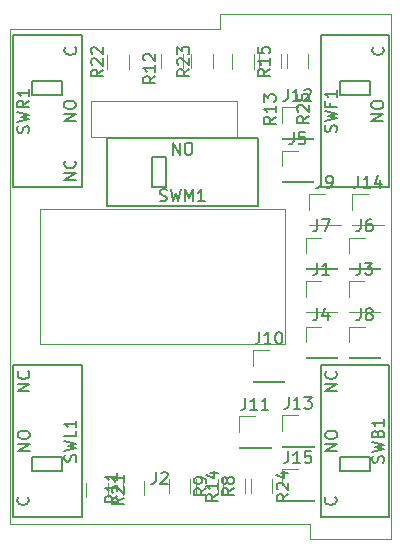
<source format=gbr>
G04 #@! TF.GenerationSoftware,KiCad,Pcbnew,6.0.0-unknown-bc26ccf~86~ubuntu18.04.1*
G04 #@! TF.CreationDate,2019-06-18T13:40:17+01:00*
G04 #@! TF.ProjectId,mouse8,6d6f7573-6538-42e6-9b69-6361645f7063,rev?*
G04 #@! TF.SameCoordinates,Original*
G04 #@! TF.FileFunction,Legend,Top*
G04 #@! TF.FilePolarity,Positive*
%FSLAX46Y46*%
G04 Gerber Fmt 4.6, Leading zero omitted, Abs format (unit mm)*
G04 Created by KiCad (PCBNEW 6.0.0-unknown-bc26ccf~86~ubuntu18.04.1) date 2019-06-18 13:40:17*
%MOMM*%
%LPD*%
G04 APERTURE LIST*
%ADD10C,0.050000*%
%ADD11C,0.120000*%
%ADD12C,0.150000*%
G04 APERTURE END LIST*
D10*
X171653200Y-70916800D02*
X159308800Y-70916800D01*
X184632600Y-63500000D02*
X170180000Y-63500000D01*
X184632600Y-107950000D02*
X177800000Y-107950000D01*
X184632600Y-63500000D02*
X184632600Y-107950000D01*
X154940000Y-91440000D02*
X175717200Y-91440000D01*
X154940000Y-80010000D02*
X175717200Y-80010000D01*
X159308800Y-70916800D02*
X159308800Y-73914000D01*
X171653200Y-73914000D02*
X171653200Y-70916800D01*
X159308800Y-73914000D02*
X171653200Y-73914000D01*
X177800000Y-106680000D02*
X177800000Y-107950000D01*
X152400000Y-106680000D02*
X177800000Y-106680000D01*
X170180000Y-64770000D02*
X152400000Y-64770000D01*
X170180000Y-63500000D02*
X170180000Y-64770000D01*
X154940000Y-91440000D02*
X154940000Y-90805000D01*
X175717200Y-91440000D02*
X175717200Y-90805000D01*
X175717200Y-80010000D02*
X175717200Y-90805000D01*
X154940000Y-90805000D02*
X154940000Y-80010000D01*
X152400000Y-106680000D02*
X152400000Y-64770000D01*
D11*
X181118200Y-92668400D02*
X183778200Y-92668400D01*
X181118200Y-92608400D02*
X181118200Y-92668400D01*
X183778200Y-92608400D02*
X183778200Y-92668400D01*
X181118200Y-92608400D02*
X183778200Y-92608400D01*
X181118200Y-91338400D02*
X181118200Y-90008400D01*
X181118200Y-90008400D02*
X182448200Y-90008400D01*
D12*
X164455000Y-75665000D02*
X165655000Y-75665000D01*
X165655000Y-75665000D02*
X165655000Y-78205000D01*
X165655000Y-78205000D02*
X164455000Y-78205000D01*
X164455000Y-78205000D02*
X164455000Y-75665000D01*
X160605000Y-74035000D02*
X160605000Y-79835000D01*
X160605000Y-79835000D02*
X173405000Y-79835000D01*
X173405000Y-79835000D02*
X173405000Y-74035000D01*
X173405000Y-74035000D02*
X160605000Y-74035000D01*
X156845000Y-69205000D02*
X156845000Y-70405000D01*
X156845000Y-70405000D02*
X154305000Y-70405000D01*
X154305000Y-70405000D02*
X154305000Y-69205000D01*
X154305000Y-69205000D02*
X156845000Y-69205000D01*
X158475000Y-65355000D02*
X152675000Y-65355000D01*
X152675000Y-65355000D02*
X152675000Y-78155000D01*
X152675000Y-78155000D02*
X158475000Y-78155000D01*
X158475000Y-78155000D02*
X158475000Y-65355000D01*
X182880000Y-69205000D02*
X182880000Y-70405000D01*
X182880000Y-70405000D02*
X180340000Y-70405000D01*
X180340000Y-70405000D02*
X180340000Y-69205000D01*
X180340000Y-69205000D02*
X182880000Y-69205000D01*
X184510000Y-65355000D02*
X178710000Y-65355000D01*
X178710000Y-65355000D02*
X178710000Y-78155000D01*
X178710000Y-78155000D02*
X184510000Y-78155000D01*
X184510000Y-78155000D02*
X184510000Y-65355000D01*
D11*
X175428600Y-77758600D02*
X178088600Y-77758600D01*
X175428600Y-77698600D02*
X175428600Y-77758600D01*
X178088600Y-77698600D02*
X178088600Y-77758600D01*
X175428600Y-77698600D02*
X178088600Y-77698600D01*
X175428600Y-76428600D02*
X175428600Y-75098600D01*
X175428600Y-75098600D02*
X176758600Y-75098600D01*
X177435200Y-85124600D02*
X180095200Y-85124600D01*
X177435200Y-85064600D02*
X177435200Y-85124600D01*
X180095200Y-85064600D02*
X180095200Y-85124600D01*
X177435200Y-85064600D02*
X180095200Y-85064600D01*
X177435200Y-83794600D02*
X177435200Y-82464600D01*
X177435200Y-82464600D02*
X178765200Y-82464600D01*
X181118200Y-85124600D02*
X183778200Y-85124600D01*
X181118200Y-85064600D02*
X181118200Y-85124600D01*
X183778200Y-85064600D02*
X183778200Y-85124600D01*
X181118200Y-85064600D02*
X183778200Y-85064600D01*
X181118200Y-83794600D02*
X181118200Y-82464600D01*
X181118200Y-82464600D02*
X182448200Y-82464600D01*
X177740000Y-81441600D02*
X180400000Y-81441600D01*
X177740000Y-81381600D02*
X177740000Y-81441600D01*
X180400000Y-81381600D02*
X180400000Y-81441600D01*
X177740000Y-81381600D02*
X180400000Y-81381600D01*
X177740000Y-80111600D02*
X177740000Y-78781600D01*
X177740000Y-78781600D02*
X179070000Y-78781600D01*
X177435200Y-92668400D02*
X180095200Y-92668400D01*
X177435200Y-92608400D02*
X177435200Y-92668400D01*
X180095200Y-92608400D02*
X180095200Y-92668400D01*
X177435200Y-92608400D02*
X180095200Y-92608400D01*
X177435200Y-91338400D02*
X177435200Y-90008400D01*
X177435200Y-90008400D02*
X178765200Y-90008400D01*
X181092800Y-88807600D02*
X183752800Y-88807600D01*
X181092800Y-88747600D02*
X181092800Y-88807600D01*
X183752800Y-88747600D02*
X183752800Y-88807600D01*
X181092800Y-88747600D02*
X183752800Y-88747600D01*
X181092800Y-87477600D02*
X181092800Y-86147600D01*
X181092800Y-86147600D02*
X182422800Y-86147600D01*
X177435200Y-88807600D02*
X180095200Y-88807600D01*
X177435200Y-88747600D02*
X177435200Y-88807600D01*
X180095200Y-88747600D02*
X180095200Y-88807600D01*
X177435200Y-88747600D02*
X180095200Y-88747600D01*
X177435200Y-87477600D02*
X177435200Y-86147600D01*
X177435200Y-86147600D02*
X178765200Y-86147600D01*
X172990200Y-94675000D02*
X175650200Y-94675000D01*
X172990200Y-94615000D02*
X172990200Y-94675000D01*
X175650200Y-94615000D02*
X175650200Y-94675000D01*
X172990200Y-94615000D02*
X175650200Y-94615000D01*
X172990200Y-93345000D02*
X172990200Y-92015000D01*
X172990200Y-92015000D02*
X174320200Y-92015000D01*
X171821800Y-100263000D02*
X174481800Y-100263000D01*
X171821800Y-100203000D02*
X171821800Y-100263000D01*
X174481800Y-100203000D02*
X174481800Y-100263000D01*
X171821800Y-100203000D02*
X174481800Y-100203000D01*
X171821800Y-98933000D02*
X171821800Y-97603000D01*
X171821800Y-97603000D02*
X173151800Y-97603000D01*
X175428600Y-74101000D02*
X178088600Y-74101000D01*
X175428600Y-74041000D02*
X175428600Y-74101000D01*
X178088600Y-74041000D02*
X178088600Y-74101000D01*
X175428600Y-74041000D02*
X178088600Y-74041000D01*
X175428600Y-72771000D02*
X175428600Y-71441000D01*
X175428600Y-71441000D02*
X176758600Y-71441000D01*
X175479400Y-100161400D02*
X178139400Y-100161400D01*
X175479400Y-100101400D02*
X175479400Y-100161400D01*
X178139400Y-100101400D02*
X178139400Y-100161400D01*
X175479400Y-100101400D02*
X178139400Y-100101400D01*
X175479400Y-98831400D02*
X175479400Y-97501400D01*
X175479400Y-97501400D02*
X176809400Y-97501400D01*
X181397600Y-81441600D02*
X184057600Y-81441600D01*
X181397600Y-81381600D02*
X181397600Y-81441600D01*
X184057600Y-81381600D02*
X184057600Y-81441600D01*
X181397600Y-81381600D02*
X184057600Y-81381600D01*
X181397600Y-80111600D02*
X181397600Y-78781600D01*
X181397600Y-78781600D02*
X182727600Y-78781600D01*
X175454000Y-104758800D02*
X178114000Y-104758800D01*
X175454000Y-104698800D02*
X175454000Y-104758800D01*
X178114000Y-104698800D02*
X178114000Y-104758800D01*
X175454000Y-104698800D02*
X178114000Y-104698800D01*
X175454000Y-103428800D02*
X175454000Y-102098800D01*
X175454000Y-102098800D02*
X176784000Y-102098800D01*
X160676000Y-103233136D02*
X160676000Y-104437264D01*
X158856000Y-103233136D02*
X158856000Y-104437264D01*
X173045800Y-66961936D02*
X173045800Y-68166064D01*
X171225800Y-66961936D02*
X171225800Y-68166064D01*
X170489200Y-104132464D02*
X170489200Y-102928336D01*
X172309200Y-104132464D02*
X172309200Y-102928336D01*
X161954800Y-104284864D02*
X161954800Y-103080736D01*
X163774800Y-104284864D02*
X163774800Y-103080736D01*
X174620600Y-102928336D02*
X174620600Y-104132464D01*
X172800600Y-102928336D02*
X172800600Y-104132464D01*
X169997800Y-102928336D02*
X169997800Y-104132464D01*
X168177800Y-102928336D02*
X168177800Y-104132464D01*
X167661000Y-102928336D02*
X167661000Y-104132464D01*
X165841000Y-102928336D02*
X165841000Y-104132464D01*
D12*
X180340000Y-102245000D02*
X180340000Y-101045000D01*
X180340000Y-101045000D02*
X182880000Y-101045000D01*
X182880000Y-101045000D02*
X182880000Y-102245000D01*
X182880000Y-102245000D02*
X180340000Y-102245000D01*
X178710000Y-106095000D02*
X184510000Y-106095000D01*
X184510000Y-106095000D02*
X184510000Y-93295000D01*
X184510000Y-93295000D02*
X178710000Y-93295000D01*
X178710000Y-93295000D02*
X178710000Y-106095000D01*
D11*
X167026000Y-66911136D02*
X167026000Y-68115264D01*
X165206000Y-66911136D02*
X165206000Y-68115264D01*
X175357200Y-66936536D02*
X175357200Y-68140664D01*
X173537200Y-66936536D02*
X173537200Y-68140664D01*
X160634000Y-68202564D02*
X160634000Y-66998436D01*
X162454000Y-68202564D02*
X162454000Y-66998436D01*
X167771400Y-68115264D02*
X167771400Y-66911136D01*
X169591400Y-68115264D02*
X169591400Y-66911136D01*
X175848600Y-68115264D02*
X175848600Y-66911136D01*
X177668600Y-68115264D02*
X177668600Y-66911136D01*
D12*
X154305000Y-102245000D02*
X154305000Y-101045000D01*
X154305000Y-101045000D02*
X156845000Y-101045000D01*
X156845000Y-101045000D02*
X156845000Y-102245000D01*
X156845000Y-102245000D02*
X154305000Y-102245000D01*
X152675000Y-106095000D02*
X158475000Y-106095000D01*
X158475000Y-106095000D02*
X158475000Y-93295000D01*
X158475000Y-93295000D02*
X152675000Y-93295000D01*
X152675000Y-93295000D02*
X152675000Y-106095000D01*
X182114866Y-88460780D02*
X182114866Y-89175066D01*
X182067247Y-89317923D01*
X181972009Y-89413161D01*
X181829152Y-89460780D01*
X181733914Y-89460780D01*
X182733914Y-88889352D02*
X182638676Y-88841733D01*
X182591057Y-88794114D01*
X182543438Y-88698876D01*
X182543438Y-88651257D01*
X182591057Y-88556019D01*
X182638676Y-88508400D01*
X182733914Y-88460780D01*
X182924390Y-88460780D01*
X183019628Y-88508400D01*
X183067247Y-88556019D01*
X183114866Y-88651257D01*
X183114866Y-88698876D01*
X183067247Y-88794114D01*
X183019628Y-88841733D01*
X182924390Y-88889352D01*
X182733914Y-88889352D01*
X182638676Y-88936971D01*
X182591057Y-88984590D01*
X182543438Y-89079828D01*
X182543438Y-89270304D01*
X182591057Y-89365542D01*
X182638676Y-89413161D01*
X182733914Y-89460780D01*
X182924390Y-89460780D01*
X183019628Y-89413161D01*
X183067247Y-89365542D01*
X183114866Y-89270304D01*
X183114866Y-89079828D01*
X183067247Y-88984590D01*
X183019628Y-88936971D01*
X182924390Y-88889352D01*
X165100238Y-79339761D02*
X165243095Y-79387380D01*
X165481190Y-79387380D01*
X165576428Y-79339761D01*
X165624047Y-79292142D01*
X165671666Y-79196904D01*
X165671666Y-79101666D01*
X165624047Y-79006428D01*
X165576428Y-78958809D01*
X165481190Y-78911190D01*
X165290714Y-78863571D01*
X165195476Y-78815952D01*
X165147857Y-78768333D01*
X165100238Y-78673095D01*
X165100238Y-78577857D01*
X165147857Y-78482619D01*
X165195476Y-78435000D01*
X165290714Y-78387380D01*
X165528809Y-78387380D01*
X165671666Y-78435000D01*
X166005000Y-78387380D02*
X166243095Y-79387380D01*
X166433571Y-78673095D01*
X166624047Y-79387380D01*
X166862142Y-78387380D01*
X167243095Y-79387380D02*
X167243095Y-78387380D01*
X167576428Y-79101666D01*
X167909761Y-78387380D01*
X167909761Y-79387380D01*
X168909761Y-79387380D02*
X168338333Y-79387380D01*
X168624047Y-79387380D02*
X168624047Y-78387380D01*
X168528809Y-78530238D01*
X168433571Y-78625476D01*
X168338333Y-78673095D01*
X166195476Y-75437380D02*
X166195476Y-74437380D01*
X166766904Y-75437380D01*
X166766904Y-74437380D01*
X167433571Y-74437380D02*
X167624047Y-74437380D01*
X167719285Y-74485000D01*
X167814523Y-74580238D01*
X167862142Y-74770714D01*
X167862142Y-75104047D01*
X167814523Y-75294523D01*
X167719285Y-75389761D01*
X167624047Y-75437380D01*
X167433571Y-75437380D01*
X167338333Y-75389761D01*
X167243095Y-75294523D01*
X167195476Y-75104047D01*
X167195476Y-74770714D01*
X167243095Y-74580238D01*
X167338333Y-74485000D01*
X167433571Y-74437380D01*
X153979761Y-73588333D02*
X154027380Y-73445476D01*
X154027380Y-73207380D01*
X153979761Y-73112142D01*
X153932142Y-73064523D01*
X153836904Y-73016904D01*
X153741666Y-73016904D01*
X153646428Y-73064523D01*
X153598809Y-73112142D01*
X153551190Y-73207380D01*
X153503571Y-73397857D01*
X153455952Y-73493095D01*
X153408333Y-73540714D01*
X153313095Y-73588333D01*
X153217857Y-73588333D01*
X153122619Y-73540714D01*
X153075000Y-73493095D01*
X153027380Y-73397857D01*
X153027380Y-73159761D01*
X153075000Y-73016904D01*
X153027380Y-72683571D02*
X154027380Y-72445476D01*
X153313095Y-72255000D01*
X154027380Y-72064523D01*
X153027380Y-71826428D01*
X154027380Y-70874047D02*
X153551190Y-71207380D01*
X154027380Y-71445476D02*
X153027380Y-71445476D01*
X153027380Y-71064523D01*
X153075000Y-70969285D01*
X153122619Y-70921666D01*
X153217857Y-70874047D01*
X153360714Y-70874047D01*
X153455952Y-70921666D01*
X153503571Y-70969285D01*
X153551190Y-71064523D01*
X153551190Y-71445476D01*
X154027380Y-69921666D02*
X154027380Y-70493095D01*
X154027380Y-70207380D02*
X153027380Y-70207380D01*
X153170238Y-70302619D01*
X153265476Y-70397857D01*
X153313095Y-70493095D01*
X157997380Y-77600714D02*
X156997380Y-77600714D01*
X157997380Y-77029285D01*
X156997380Y-77029285D01*
X157902142Y-75981666D02*
X157949761Y-76029285D01*
X157997380Y-76172142D01*
X157997380Y-76267380D01*
X157949761Y-76410238D01*
X157854523Y-76505476D01*
X157759285Y-76553095D01*
X157568809Y-76600714D01*
X157425952Y-76600714D01*
X157235476Y-76553095D01*
X157140238Y-76505476D01*
X157045000Y-76410238D01*
X156997380Y-76267380D01*
X156997380Y-76172142D01*
X157045000Y-76029285D01*
X157092619Y-75981666D01*
X157977380Y-72564523D02*
X156977380Y-72564523D01*
X157977380Y-71993095D01*
X156977380Y-71993095D01*
X156977380Y-71326428D02*
X156977380Y-71135952D01*
X157025000Y-71040714D01*
X157120238Y-70945476D01*
X157310714Y-70897857D01*
X157644047Y-70897857D01*
X157834523Y-70945476D01*
X157929761Y-71040714D01*
X157977380Y-71135952D01*
X157977380Y-71326428D01*
X157929761Y-71421666D01*
X157834523Y-71516904D01*
X157644047Y-71564523D01*
X157310714Y-71564523D01*
X157120238Y-71516904D01*
X157025000Y-71421666D01*
X156977380Y-71326428D01*
X157932142Y-66365476D02*
X157979761Y-66413095D01*
X158027380Y-66555952D01*
X158027380Y-66651190D01*
X157979761Y-66794047D01*
X157884523Y-66889285D01*
X157789285Y-66936904D01*
X157598809Y-66984523D01*
X157455952Y-66984523D01*
X157265476Y-66936904D01*
X157170238Y-66889285D01*
X157075000Y-66794047D01*
X157027380Y-66651190D01*
X157027380Y-66555952D01*
X157075000Y-66413095D01*
X157122619Y-66365476D01*
X180014761Y-73516904D02*
X180062380Y-73374047D01*
X180062380Y-73135952D01*
X180014761Y-73040714D01*
X179967142Y-72993095D01*
X179871904Y-72945476D01*
X179776666Y-72945476D01*
X179681428Y-72993095D01*
X179633809Y-73040714D01*
X179586190Y-73135952D01*
X179538571Y-73326428D01*
X179490952Y-73421666D01*
X179443333Y-73469285D01*
X179348095Y-73516904D01*
X179252857Y-73516904D01*
X179157619Y-73469285D01*
X179110000Y-73421666D01*
X179062380Y-73326428D01*
X179062380Y-73088333D01*
X179110000Y-72945476D01*
X179062380Y-72612142D02*
X180062380Y-72374047D01*
X179348095Y-72183571D01*
X180062380Y-71993095D01*
X179062380Y-71755000D01*
X179538571Y-71040714D02*
X179538571Y-71374047D01*
X180062380Y-71374047D02*
X179062380Y-71374047D01*
X179062380Y-70897857D01*
X180062380Y-69993095D02*
X180062380Y-70564523D01*
X180062380Y-70278809D02*
X179062380Y-70278809D01*
X179205238Y-70374047D01*
X179300476Y-70469285D01*
X179348095Y-70564523D01*
X184012380Y-72564523D02*
X183012380Y-72564523D01*
X184012380Y-71993095D01*
X183012380Y-71993095D01*
X183012380Y-71326428D02*
X183012380Y-71135952D01*
X183060000Y-71040714D01*
X183155238Y-70945476D01*
X183345714Y-70897857D01*
X183679047Y-70897857D01*
X183869523Y-70945476D01*
X183964761Y-71040714D01*
X184012380Y-71135952D01*
X184012380Y-71326428D01*
X183964761Y-71421666D01*
X183869523Y-71516904D01*
X183679047Y-71564523D01*
X183345714Y-71564523D01*
X183155238Y-71516904D01*
X183060000Y-71421666D01*
X183012380Y-71326428D01*
X183967142Y-66365476D02*
X184014761Y-66413095D01*
X184062380Y-66555952D01*
X184062380Y-66651190D01*
X184014761Y-66794047D01*
X183919523Y-66889285D01*
X183824285Y-66936904D01*
X183633809Y-66984523D01*
X183490952Y-66984523D01*
X183300476Y-66936904D01*
X183205238Y-66889285D01*
X183110000Y-66794047D01*
X183062380Y-66651190D01*
X183062380Y-66555952D01*
X183110000Y-66413095D01*
X183157619Y-66365476D01*
X176425266Y-73550980D02*
X176425266Y-74265266D01*
X176377647Y-74408123D01*
X176282409Y-74503361D01*
X176139552Y-74550980D01*
X176044314Y-74550980D01*
X177377647Y-73550980D02*
X176901457Y-73550980D01*
X176853838Y-74027171D01*
X176901457Y-73979552D01*
X176996695Y-73931933D01*
X177234790Y-73931933D01*
X177330028Y-73979552D01*
X177377647Y-74027171D01*
X177425266Y-74122409D01*
X177425266Y-74360504D01*
X177377647Y-74455742D01*
X177330028Y-74503361D01*
X177234790Y-74550980D01*
X176996695Y-74550980D01*
X176901457Y-74503361D01*
X176853838Y-74455742D01*
X178431866Y-80916980D02*
X178431866Y-81631266D01*
X178384247Y-81774123D01*
X178289009Y-81869361D01*
X178146152Y-81916980D01*
X178050914Y-81916980D01*
X178812819Y-80916980D02*
X179479485Y-80916980D01*
X179050914Y-81916980D01*
X182114866Y-80916980D02*
X182114866Y-81631266D01*
X182067247Y-81774123D01*
X181972009Y-81869361D01*
X181829152Y-81916980D01*
X181733914Y-81916980D01*
X183019628Y-80916980D02*
X182829152Y-80916980D01*
X182733914Y-80964600D01*
X182686295Y-81012219D01*
X182591057Y-81155076D01*
X182543438Y-81345552D01*
X182543438Y-81726504D01*
X182591057Y-81821742D01*
X182638676Y-81869361D01*
X182733914Y-81916980D01*
X182924390Y-81916980D01*
X183019628Y-81869361D01*
X183067247Y-81821742D01*
X183114866Y-81726504D01*
X183114866Y-81488409D01*
X183067247Y-81393171D01*
X183019628Y-81345552D01*
X182924390Y-81297933D01*
X182733914Y-81297933D01*
X182638676Y-81345552D01*
X182591057Y-81393171D01*
X182543438Y-81488409D01*
X178736666Y-77233980D02*
X178736666Y-77948266D01*
X178689047Y-78091123D01*
X178593809Y-78186361D01*
X178450952Y-78233980D01*
X178355714Y-78233980D01*
X179260476Y-78233980D02*
X179450952Y-78233980D01*
X179546190Y-78186361D01*
X179593809Y-78138742D01*
X179689047Y-77995885D01*
X179736666Y-77805409D01*
X179736666Y-77424457D01*
X179689047Y-77329219D01*
X179641428Y-77281600D01*
X179546190Y-77233980D01*
X179355714Y-77233980D01*
X179260476Y-77281600D01*
X179212857Y-77329219D01*
X179165238Y-77424457D01*
X179165238Y-77662552D01*
X179212857Y-77757790D01*
X179260476Y-77805409D01*
X179355714Y-77853028D01*
X179546190Y-77853028D01*
X179641428Y-77805409D01*
X179689047Y-77757790D01*
X179736666Y-77662552D01*
X178431866Y-88460780D02*
X178431866Y-89175066D01*
X178384247Y-89317923D01*
X178289009Y-89413161D01*
X178146152Y-89460780D01*
X178050914Y-89460780D01*
X179336628Y-88794114D02*
X179336628Y-89460780D01*
X179098533Y-88413161D02*
X178860438Y-89127447D01*
X179479485Y-89127447D01*
X182089466Y-84599980D02*
X182089466Y-85314266D01*
X182041847Y-85457123D01*
X181946609Y-85552361D01*
X181803752Y-85599980D01*
X181708514Y-85599980D01*
X182470419Y-84599980D02*
X183089466Y-84599980D01*
X182756133Y-84980933D01*
X182898990Y-84980933D01*
X182994228Y-85028552D01*
X183041847Y-85076171D01*
X183089466Y-85171409D01*
X183089466Y-85409504D01*
X183041847Y-85504742D01*
X182994228Y-85552361D01*
X182898990Y-85599980D01*
X182613276Y-85599980D01*
X182518038Y-85552361D01*
X182470419Y-85504742D01*
X178431866Y-84599980D02*
X178431866Y-85314266D01*
X178384247Y-85457123D01*
X178289009Y-85552361D01*
X178146152Y-85599980D01*
X178050914Y-85599980D01*
X179431866Y-85599980D02*
X178860438Y-85599980D01*
X179146152Y-85599980D02*
X179146152Y-84599980D01*
X179050914Y-84742838D01*
X178955676Y-84838076D01*
X178860438Y-84885695D01*
X173510676Y-90467380D02*
X173510676Y-91181666D01*
X173463057Y-91324523D01*
X173367819Y-91419761D01*
X173224961Y-91467380D01*
X173129723Y-91467380D01*
X174510676Y-91467380D02*
X173939247Y-91467380D01*
X174224961Y-91467380D02*
X174224961Y-90467380D01*
X174129723Y-90610238D01*
X174034485Y-90705476D01*
X173939247Y-90753095D01*
X175129723Y-90467380D02*
X175224961Y-90467380D01*
X175320200Y-90515000D01*
X175367819Y-90562619D01*
X175415438Y-90657857D01*
X175463057Y-90848333D01*
X175463057Y-91086428D01*
X175415438Y-91276904D01*
X175367819Y-91372142D01*
X175320200Y-91419761D01*
X175224961Y-91467380D01*
X175129723Y-91467380D01*
X175034485Y-91419761D01*
X174986866Y-91372142D01*
X174939247Y-91276904D01*
X174891628Y-91086428D01*
X174891628Y-90848333D01*
X174939247Y-90657857D01*
X174986866Y-90562619D01*
X175034485Y-90515000D01*
X175129723Y-90467380D01*
X172342276Y-96055380D02*
X172342276Y-96769666D01*
X172294657Y-96912523D01*
X172199419Y-97007761D01*
X172056561Y-97055380D01*
X171961323Y-97055380D01*
X173342276Y-97055380D02*
X172770847Y-97055380D01*
X173056561Y-97055380D02*
X173056561Y-96055380D01*
X172961323Y-96198238D01*
X172866085Y-96293476D01*
X172770847Y-96341095D01*
X174294657Y-97055380D02*
X173723228Y-97055380D01*
X174008942Y-97055380D02*
X174008942Y-96055380D01*
X173913704Y-96198238D01*
X173818466Y-96293476D01*
X173723228Y-96341095D01*
X175949076Y-69893380D02*
X175949076Y-70607666D01*
X175901457Y-70750523D01*
X175806219Y-70845761D01*
X175663361Y-70893380D01*
X175568123Y-70893380D01*
X176949076Y-70893380D02*
X176377647Y-70893380D01*
X176663361Y-70893380D02*
X176663361Y-69893380D01*
X176568123Y-70036238D01*
X176472885Y-70131476D01*
X176377647Y-70179095D01*
X177330028Y-69988619D02*
X177377647Y-69941000D01*
X177472885Y-69893380D01*
X177710980Y-69893380D01*
X177806219Y-69941000D01*
X177853838Y-69988619D01*
X177901457Y-70083857D01*
X177901457Y-70179095D01*
X177853838Y-70321952D01*
X177282409Y-70893380D01*
X177901457Y-70893380D01*
X175999876Y-95953780D02*
X175999876Y-96668066D01*
X175952257Y-96810923D01*
X175857019Y-96906161D01*
X175714161Y-96953780D01*
X175618923Y-96953780D01*
X176999876Y-96953780D02*
X176428447Y-96953780D01*
X176714161Y-96953780D02*
X176714161Y-95953780D01*
X176618923Y-96096638D01*
X176523685Y-96191876D01*
X176428447Y-96239495D01*
X177333209Y-95953780D02*
X177952257Y-95953780D01*
X177618923Y-96334733D01*
X177761780Y-96334733D01*
X177857019Y-96382352D01*
X177904638Y-96429971D01*
X177952257Y-96525209D01*
X177952257Y-96763304D01*
X177904638Y-96858542D01*
X177857019Y-96906161D01*
X177761780Y-96953780D01*
X177476066Y-96953780D01*
X177380828Y-96906161D01*
X177333209Y-96858542D01*
X181918076Y-77233980D02*
X181918076Y-77948266D01*
X181870457Y-78091123D01*
X181775219Y-78186361D01*
X181632361Y-78233980D01*
X181537123Y-78233980D01*
X182918076Y-78233980D02*
X182346647Y-78233980D01*
X182632361Y-78233980D02*
X182632361Y-77233980D01*
X182537123Y-77376838D01*
X182441885Y-77472076D01*
X182346647Y-77519695D01*
X183775219Y-77567314D02*
X183775219Y-78233980D01*
X183537123Y-77186361D02*
X183299028Y-77900647D01*
X183918076Y-77900647D01*
X175974476Y-100551180D02*
X175974476Y-101265466D01*
X175926857Y-101408323D01*
X175831619Y-101503561D01*
X175688761Y-101551180D01*
X175593523Y-101551180D01*
X176974476Y-101551180D02*
X176403047Y-101551180D01*
X176688761Y-101551180D02*
X176688761Y-100551180D01*
X176593523Y-100694038D01*
X176498285Y-100789276D01*
X176403047Y-100836895D01*
X177879238Y-100551180D02*
X177403047Y-100551180D01*
X177355428Y-101027371D01*
X177403047Y-100979752D01*
X177498285Y-100932133D01*
X177736380Y-100932133D01*
X177831619Y-100979752D01*
X177879238Y-101027371D01*
X177926857Y-101122609D01*
X177926857Y-101360704D01*
X177879238Y-101455942D01*
X177831619Y-101503561D01*
X177736380Y-101551180D01*
X177498285Y-101551180D01*
X177403047Y-101503561D01*
X177355428Y-101455942D01*
X162038380Y-104478057D02*
X161562190Y-104811390D01*
X162038380Y-105049485D02*
X161038380Y-105049485D01*
X161038380Y-104668533D01*
X161086000Y-104573295D01*
X161133619Y-104525676D01*
X161228857Y-104478057D01*
X161371714Y-104478057D01*
X161466952Y-104525676D01*
X161514571Y-104573295D01*
X161562190Y-104668533D01*
X161562190Y-105049485D01*
X161133619Y-104097104D02*
X161086000Y-104049485D01*
X161038380Y-103954247D01*
X161038380Y-103716152D01*
X161086000Y-103620914D01*
X161133619Y-103573295D01*
X161228857Y-103525676D01*
X161324095Y-103525676D01*
X161466952Y-103573295D01*
X162038380Y-104144723D01*
X162038380Y-103525676D01*
X162038380Y-102573295D02*
X162038380Y-103144723D01*
X162038380Y-102859009D02*
X161038380Y-102859009D01*
X161181238Y-102954247D01*
X161276476Y-103049485D01*
X161324095Y-103144723D01*
X174408180Y-68206857D02*
X173931990Y-68540190D01*
X174408180Y-68778285D02*
X173408180Y-68778285D01*
X173408180Y-68397333D01*
X173455800Y-68302095D01*
X173503419Y-68254476D01*
X173598657Y-68206857D01*
X173741514Y-68206857D01*
X173836752Y-68254476D01*
X173884371Y-68302095D01*
X173931990Y-68397333D01*
X173931990Y-68778285D01*
X174408180Y-67254476D02*
X174408180Y-67825904D01*
X174408180Y-67540190D02*
X173408180Y-67540190D01*
X173551038Y-67635428D01*
X173646276Y-67730666D01*
X173693895Y-67825904D01*
X173408180Y-66349714D02*
X173408180Y-66825904D01*
X173884371Y-66873523D01*
X173836752Y-66825904D01*
X173789133Y-66730666D01*
X173789133Y-66492571D01*
X173836752Y-66397333D01*
X173884371Y-66349714D01*
X173979609Y-66302095D01*
X174217704Y-66302095D01*
X174312942Y-66349714D01*
X174360561Y-66397333D01*
X174408180Y-66492571D01*
X174408180Y-66730666D01*
X174360561Y-66825904D01*
X174312942Y-66873523D01*
X170031580Y-104173257D02*
X169555390Y-104506590D01*
X170031580Y-104744685D02*
X169031580Y-104744685D01*
X169031580Y-104363733D01*
X169079200Y-104268495D01*
X169126819Y-104220876D01*
X169222057Y-104173257D01*
X169364914Y-104173257D01*
X169460152Y-104220876D01*
X169507771Y-104268495D01*
X169555390Y-104363733D01*
X169555390Y-104744685D01*
X170031580Y-103220876D02*
X170031580Y-103792304D01*
X170031580Y-103506590D02*
X169031580Y-103506590D01*
X169174438Y-103601828D01*
X169269676Y-103697066D01*
X169317295Y-103792304D01*
X169364914Y-102363733D02*
X170031580Y-102363733D01*
X168983961Y-102601828D02*
X169698247Y-102839923D01*
X169698247Y-102220876D01*
X161497180Y-104325657D02*
X161020990Y-104658990D01*
X161497180Y-104897085D02*
X160497180Y-104897085D01*
X160497180Y-104516133D01*
X160544800Y-104420895D01*
X160592419Y-104373276D01*
X160687657Y-104325657D01*
X160830514Y-104325657D01*
X160925752Y-104373276D01*
X160973371Y-104420895D01*
X161020990Y-104516133D01*
X161020990Y-104897085D01*
X161497180Y-103373276D02*
X161497180Y-103944704D01*
X161497180Y-103658990D02*
X160497180Y-103658990D01*
X160640038Y-103754228D01*
X160735276Y-103849466D01*
X160782895Y-103944704D01*
X161497180Y-102420895D02*
X161497180Y-102992323D01*
X161497180Y-102706609D02*
X160497180Y-102706609D01*
X160640038Y-102801847D01*
X160735276Y-102897085D01*
X160782895Y-102992323D01*
X175982980Y-104173257D02*
X175506790Y-104506590D01*
X175982980Y-104744685D02*
X174982980Y-104744685D01*
X174982980Y-104363733D01*
X175030600Y-104268495D01*
X175078219Y-104220876D01*
X175173457Y-104173257D01*
X175316314Y-104173257D01*
X175411552Y-104220876D01*
X175459171Y-104268495D01*
X175506790Y-104363733D01*
X175506790Y-104744685D01*
X175078219Y-103792304D02*
X175030600Y-103744685D01*
X174982980Y-103649447D01*
X174982980Y-103411352D01*
X175030600Y-103316114D01*
X175078219Y-103268495D01*
X175173457Y-103220876D01*
X175268695Y-103220876D01*
X175411552Y-103268495D01*
X175982980Y-103839923D01*
X175982980Y-103220876D01*
X175316314Y-102363733D02*
X175982980Y-102363733D01*
X174935361Y-102601828D02*
X175649647Y-102839923D01*
X175649647Y-102220876D01*
X171360180Y-103697066D02*
X170883990Y-104030400D01*
X171360180Y-104268495D02*
X170360180Y-104268495D01*
X170360180Y-103887542D01*
X170407800Y-103792304D01*
X170455419Y-103744685D01*
X170550657Y-103697066D01*
X170693514Y-103697066D01*
X170788752Y-103744685D01*
X170836371Y-103792304D01*
X170883990Y-103887542D01*
X170883990Y-104268495D01*
X170788752Y-103125638D02*
X170741133Y-103220876D01*
X170693514Y-103268495D01*
X170598276Y-103316114D01*
X170550657Y-103316114D01*
X170455419Y-103268495D01*
X170407800Y-103220876D01*
X170360180Y-103125638D01*
X170360180Y-102935161D01*
X170407800Y-102839923D01*
X170455419Y-102792304D01*
X170550657Y-102744685D01*
X170598276Y-102744685D01*
X170693514Y-102792304D01*
X170741133Y-102839923D01*
X170788752Y-102935161D01*
X170788752Y-103125638D01*
X170836371Y-103220876D01*
X170883990Y-103268495D01*
X170979228Y-103316114D01*
X171169704Y-103316114D01*
X171264942Y-103268495D01*
X171312561Y-103220876D01*
X171360180Y-103125638D01*
X171360180Y-102935161D01*
X171312561Y-102839923D01*
X171264942Y-102792304D01*
X171169704Y-102744685D01*
X170979228Y-102744685D01*
X170883990Y-102792304D01*
X170836371Y-102839923D01*
X170788752Y-102935161D01*
X169023380Y-103697066D02*
X168547190Y-104030400D01*
X169023380Y-104268495D02*
X168023380Y-104268495D01*
X168023380Y-103887542D01*
X168071000Y-103792304D01*
X168118619Y-103744685D01*
X168213857Y-103697066D01*
X168356714Y-103697066D01*
X168451952Y-103744685D01*
X168499571Y-103792304D01*
X168547190Y-103887542D01*
X168547190Y-104268495D01*
X169023380Y-103220876D02*
X169023380Y-103030400D01*
X168975761Y-102935161D01*
X168928142Y-102887542D01*
X168785285Y-102792304D01*
X168594809Y-102744685D01*
X168213857Y-102744685D01*
X168118619Y-102792304D01*
X168071000Y-102839923D01*
X168023380Y-102935161D01*
X168023380Y-103125638D01*
X168071000Y-103220876D01*
X168118619Y-103268495D01*
X168213857Y-103316114D01*
X168451952Y-103316114D01*
X168547190Y-103268495D01*
X168594809Y-103220876D01*
X168642428Y-103125638D01*
X168642428Y-102935161D01*
X168594809Y-102839923D01*
X168547190Y-102792304D01*
X168451952Y-102744685D01*
X184014761Y-101528333D02*
X184062380Y-101385476D01*
X184062380Y-101147380D01*
X184014761Y-101052142D01*
X183967142Y-101004523D01*
X183871904Y-100956904D01*
X183776666Y-100956904D01*
X183681428Y-101004523D01*
X183633809Y-101052142D01*
X183586190Y-101147380D01*
X183538571Y-101337857D01*
X183490952Y-101433095D01*
X183443333Y-101480714D01*
X183348095Y-101528333D01*
X183252857Y-101528333D01*
X183157619Y-101480714D01*
X183110000Y-101433095D01*
X183062380Y-101337857D01*
X183062380Y-101099761D01*
X183110000Y-100956904D01*
X183062380Y-100623571D02*
X184062380Y-100385476D01*
X183348095Y-100195000D01*
X184062380Y-100004523D01*
X183062380Y-99766428D01*
X183538571Y-99052142D02*
X183586190Y-98909285D01*
X183633809Y-98861666D01*
X183729047Y-98814047D01*
X183871904Y-98814047D01*
X183967142Y-98861666D01*
X184014761Y-98909285D01*
X184062380Y-99004523D01*
X184062380Y-99385476D01*
X183062380Y-99385476D01*
X183062380Y-99052142D01*
X183110000Y-98956904D01*
X183157619Y-98909285D01*
X183252857Y-98861666D01*
X183348095Y-98861666D01*
X183443333Y-98909285D01*
X183490952Y-98956904D01*
X183538571Y-99052142D01*
X183538571Y-99385476D01*
X184062380Y-97861666D02*
X184062380Y-98433095D01*
X184062380Y-98147380D02*
X183062380Y-98147380D01*
X183205238Y-98242619D01*
X183300476Y-98337857D01*
X183348095Y-98433095D01*
X180092380Y-95420714D02*
X179092380Y-95420714D01*
X180092380Y-94849285D01*
X179092380Y-94849285D01*
X179997142Y-93801666D02*
X180044761Y-93849285D01*
X180092380Y-93992142D01*
X180092380Y-94087380D01*
X180044761Y-94230238D01*
X179949523Y-94325476D01*
X179854285Y-94373095D01*
X179663809Y-94420714D01*
X179520952Y-94420714D01*
X179330476Y-94373095D01*
X179235238Y-94325476D01*
X179140000Y-94230238D01*
X179092380Y-94087380D01*
X179092380Y-93992142D01*
X179140000Y-93849285D01*
X179187619Y-93801666D01*
X180112380Y-100504523D02*
X179112380Y-100504523D01*
X180112380Y-99933095D01*
X179112380Y-99933095D01*
X179112380Y-99266428D02*
X179112380Y-99075952D01*
X179160000Y-98980714D01*
X179255238Y-98885476D01*
X179445714Y-98837857D01*
X179779047Y-98837857D01*
X179969523Y-98885476D01*
X180064761Y-98980714D01*
X180112380Y-99075952D01*
X180112380Y-99266428D01*
X180064761Y-99361666D01*
X179969523Y-99456904D01*
X179779047Y-99504523D01*
X179445714Y-99504523D01*
X179255238Y-99456904D01*
X179160000Y-99361666D01*
X179112380Y-99266428D01*
X179967142Y-104465476D02*
X180014761Y-104513095D01*
X180062380Y-104655952D01*
X180062380Y-104751190D01*
X180014761Y-104894047D01*
X179919523Y-104989285D01*
X179824285Y-105036904D01*
X179633809Y-105084523D01*
X179490952Y-105084523D01*
X179300476Y-105036904D01*
X179205238Y-104989285D01*
X179110000Y-104894047D01*
X179062380Y-104751190D01*
X179062380Y-104655952D01*
X179110000Y-104513095D01*
X179157619Y-104465476D01*
X164714180Y-68805357D02*
X164237990Y-69138690D01*
X164714180Y-69376785D02*
X163714180Y-69376785D01*
X163714180Y-68995833D01*
X163761800Y-68900595D01*
X163809419Y-68852976D01*
X163904657Y-68805357D01*
X164047514Y-68805357D01*
X164142752Y-68852976D01*
X164190371Y-68900595D01*
X164237990Y-68995833D01*
X164237990Y-69376785D01*
X164714180Y-67852976D02*
X164714180Y-68424404D01*
X164714180Y-68138690D02*
X163714180Y-68138690D01*
X163857038Y-68233928D01*
X163952276Y-68329166D01*
X163999895Y-68424404D01*
X163809419Y-67472023D02*
X163761800Y-67424404D01*
X163714180Y-67329166D01*
X163714180Y-67091071D01*
X163761800Y-66995833D01*
X163809419Y-66948214D01*
X163904657Y-66900595D01*
X163999895Y-66900595D01*
X164142752Y-66948214D01*
X164714180Y-67519642D01*
X164714180Y-66900595D01*
X174899580Y-72245457D02*
X174423390Y-72578790D01*
X174899580Y-72816885D02*
X173899580Y-72816885D01*
X173899580Y-72435933D01*
X173947200Y-72340695D01*
X173994819Y-72293076D01*
X174090057Y-72245457D01*
X174232914Y-72245457D01*
X174328152Y-72293076D01*
X174375771Y-72340695D01*
X174423390Y-72435933D01*
X174423390Y-72816885D01*
X174899580Y-71293076D02*
X174899580Y-71864504D01*
X174899580Y-71578790D02*
X173899580Y-71578790D01*
X174042438Y-71674028D01*
X174137676Y-71769266D01*
X174185295Y-71864504D01*
X173899580Y-70959742D02*
X173899580Y-70340695D01*
X174280533Y-70674028D01*
X174280533Y-70531171D01*
X174328152Y-70435933D01*
X174375771Y-70388314D01*
X174471009Y-70340695D01*
X174709104Y-70340695D01*
X174804342Y-70388314D01*
X174851961Y-70435933D01*
X174899580Y-70531171D01*
X174899580Y-70816885D01*
X174851961Y-70912123D01*
X174804342Y-70959742D01*
X160269180Y-68243357D02*
X159792990Y-68576690D01*
X160269180Y-68814785D02*
X159269180Y-68814785D01*
X159269180Y-68433833D01*
X159316800Y-68338595D01*
X159364419Y-68290976D01*
X159459657Y-68243357D01*
X159602514Y-68243357D01*
X159697752Y-68290976D01*
X159745371Y-68338595D01*
X159792990Y-68433833D01*
X159792990Y-68814785D01*
X159364419Y-67862404D02*
X159316800Y-67814785D01*
X159269180Y-67719547D01*
X159269180Y-67481452D01*
X159316800Y-67386214D01*
X159364419Y-67338595D01*
X159459657Y-67290976D01*
X159554895Y-67290976D01*
X159697752Y-67338595D01*
X160269180Y-67910023D01*
X160269180Y-67290976D01*
X159364419Y-66910023D02*
X159316800Y-66862404D01*
X159269180Y-66767166D01*
X159269180Y-66529071D01*
X159316800Y-66433833D01*
X159364419Y-66386214D01*
X159459657Y-66338595D01*
X159554895Y-66338595D01*
X159697752Y-66386214D01*
X160269180Y-66957642D01*
X160269180Y-66338595D01*
X167584380Y-68221157D02*
X167108190Y-68554490D01*
X167584380Y-68792585D02*
X166584380Y-68792585D01*
X166584380Y-68411633D01*
X166632000Y-68316395D01*
X166679619Y-68268776D01*
X166774857Y-68221157D01*
X166917714Y-68221157D01*
X167012952Y-68268776D01*
X167060571Y-68316395D01*
X167108190Y-68411633D01*
X167108190Y-68792585D01*
X166679619Y-67840204D02*
X166632000Y-67792585D01*
X166584380Y-67697347D01*
X166584380Y-67459252D01*
X166632000Y-67364014D01*
X166679619Y-67316395D01*
X166774857Y-67268776D01*
X166870095Y-67268776D01*
X167012952Y-67316395D01*
X167584380Y-67887823D01*
X167584380Y-67268776D01*
X166584380Y-66935442D02*
X166584380Y-66316395D01*
X166965333Y-66649728D01*
X166965333Y-66506871D01*
X167012952Y-66411633D01*
X167060571Y-66364014D01*
X167155809Y-66316395D01*
X167393904Y-66316395D01*
X167489142Y-66364014D01*
X167536761Y-66411633D01*
X167584380Y-66506871D01*
X167584380Y-66792585D01*
X167536761Y-66887823D01*
X167489142Y-66935442D01*
X177718980Y-72183557D02*
X177242790Y-72516890D01*
X177718980Y-72754985D02*
X176718980Y-72754985D01*
X176718980Y-72374033D01*
X176766600Y-72278795D01*
X176814219Y-72231176D01*
X176909457Y-72183557D01*
X177052314Y-72183557D01*
X177147552Y-72231176D01*
X177195171Y-72278795D01*
X177242790Y-72374033D01*
X177242790Y-72754985D01*
X176814219Y-71802604D02*
X176766600Y-71754985D01*
X176718980Y-71659747D01*
X176718980Y-71421652D01*
X176766600Y-71326414D01*
X176814219Y-71278795D01*
X176909457Y-71231176D01*
X177004695Y-71231176D01*
X177147552Y-71278795D01*
X177718980Y-71850223D01*
X177718980Y-71231176D01*
X176718980Y-70326414D02*
X176718980Y-70802604D01*
X177195171Y-70850223D01*
X177147552Y-70802604D01*
X177099933Y-70707366D01*
X177099933Y-70469271D01*
X177147552Y-70374033D01*
X177195171Y-70326414D01*
X177290409Y-70278795D01*
X177528504Y-70278795D01*
X177623742Y-70326414D01*
X177671361Y-70374033D01*
X177718980Y-70469271D01*
X177718980Y-70707366D01*
X177671361Y-70802604D01*
X177623742Y-70850223D01*
X164766666Y-102322380D02*
X164766666Y-103036666D01*
X164719047Y-103179523D01*
X164623809Y-103274761D01*
X164480952Y-103322380D01*
X164385714Y-103322380D01*
X165195238Y-102417619D02*
X165242857Y-102370000D01*
X165338095Y-102322380D01*
X165576190Y-102322380D01*
X165671428Y-102370000D01*
X165719047Y-102417619D01*
X165766666Y-102512857D01*
X165766666Y-102608095D01*
X165719047Y-102750952D01*
X165147619Y-103322380D01*
X165766666Y-103322380D01*
X157979761Y-101433095D02*
X158027380Y-101290238D01*
X158027380Y-101052142D01*
X157979761Y-100956904D01*
X157932142Y-100909285D01*
X157836904Y-100861666D01*
X157741666Y-100861666D01*
X157646428Y-100909285D01*
X157598809Y-100956904D01*
X157551190Y-101052142D01*
X157503571Y-101242619D01*
X157455952Y-101337857D01*
X157408333Y-101385476D01*
X157313095Y-101433095D01*
X157217857Y-101433095D01*
X157122619Y-101385476D01*
X157075000Y-101337857D01*
X157027380Y-101242619D01*
X157027380Y-101004523D01*
X157075000Y-100861666D01*
X157027380Y-100528333D02*
X158027380Y-100290238D01*
X157313095Y-100099761D01*
X158027380Y-99909285D01*
X157027380Y-99671190D01*
X158027380Y-98814047D02*
X158027380Y-99290238D01*
X157027380Y-99290238D01*
X158027380Y-97956904D02*
X158027380Y-98528333D01*
X158027380Y-98242619D02*
X157027380Y-98242619D01*
X157170238Y-98337857D01*
X157265476Y-98433095D01*
X157313095Y-98528333D01*
X154057380Y-95420714D02*
X153057380Y-95420714D01*
X154057380Y-94849285D01*
X153057380Y-94849285D01*
X153962142Y-93801666D02*
X154009761Y-93849285D01*
X154057380Y-93992142D01*
X154057380Y-94087380D01*
X154009761Y-94230238D01*
X153914523Y-94325476D01*
X153819285Y-94373095D01*
X153628809Y-94420714D01*
X153485952Y-94420714D01*
X153295476Y-94373095D01*
X153200238Y-94325476D01*
X153105000Y-94230238D01*
X153057380Y-94087380D01*
X153057380Y-93992142D01*
X153105000Y-93849285D01*
X153152619Y-93801666D01*
X154077380Y-100504523D02*
X153077380Y-100504523D01*
X154077380Y-99933095D01*
X153077380Y-99933095D01*
X153077380Y-99266428D02*
X153077380Y-99075952D01*
X153125000Y-98980714D01*
X153220238Y-98885476D01*
X153410714Y-98837857D01*
X153744047Y-98837857D01*
X153934523Y-98885476D01*
X154029761Y-98980714D01*
X154077380Y-99075952D01*
X154077380Y-99266428D01*
X154029761Y-99361666D01*
X153934523Y-99456904D01*
X153744047Y-99504523D01*
X153410714Y-99504523D01*
X153220238Y-99456904D01*
X153125000Y-99361666D01*
X153077380Y-99266428D01*
X153932142Y-104465476D02*
X153979761Y-104513095D01*
X154027380Y-104655952D01*
X154027380Y-104751190D01*
X153979761Y-104894047D01*
X153884523Y-104989285D01*
X153789285Y-105036904D01*
X153598809Y-105084523D01*
X153455952Y-105084523D01*
X153265476Y-105036904D01*
X153170238Y-104989285D01*
X153075000Y-104894047D01*
X153027380Y-104751190D01*
X153027380Y-104655952D01*
X153075000Y-104513095D01*
X153122619Y-104465476D01*
M02*

</source>
